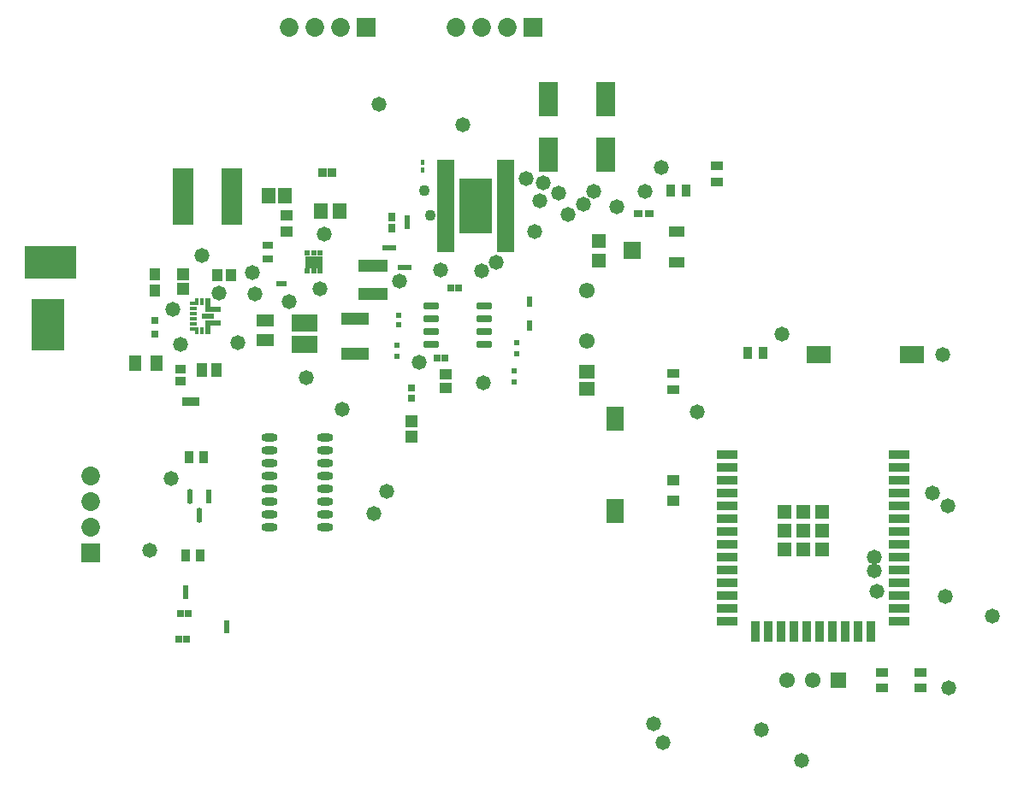
<source format=gbr>
G04*
G04 #@! TF.GenerationSoftware,Altium Limited,Altium Designer,24.9.1 (31)*
G04*
G04 Layer_Color=8388736*
%FSLAX44Y44*%
%MOMM*%
G71*
G04*
G04 #@! TF.SameCoordinates,0288D2A1-9ADD-411E-8E8B-FA1067C2B916*
G04*
G04*
G04 #@! TF.FilePolarity,Negative*
G04*
G01*
G75*
%ADD16R,1.3300X1.3300*%
%ADD17R,0.9000X2.0000*%
%ADD18R,2.0000X0.9000*%
%ADD19R,0.4627X0.5564*%
%ADD23R,0.6000X0.6000*%
%ADD28R,1.2621X0.8581*%
%ADD29R,1.6000X1.0000*%
%ADD32R,1.2500X1.0000*%
%ADD34R,0.8581X1.2621*%
%ADD40R,1.4549X1.5562*%
%ADD44R,0.9578X1.2621*%
G04:AMPARAMS|DCode=45|XSize=1.4741mm|YSize=0.5849mm|CornerRadius=0.2925mm|HoleSize=0mm|Usage=FLASHONLY|Rotation=270.000|XOffset=0mm|YOffset=0mm|HoleType=Round|Shape=RoundedRectangle|*
%AMROUNDEDRECTD45*
21,1,1.4741,0.0000,0,0,270.0*
21,1,0.8892,0.5849,0,0,270.0*
1,1,0.5849,0.0000,-0.4446*
1,1,0.5849,0.0000,0.4446*
1,1,0.5849,0.0000,0.4446*
1,1,0.5849,0.0000,-0.4446*
%
%ADD45ROUNDEDRECTD45*%
%ADD46R,0.5849X1.4741*%
%ADD47R,0.7000X0.6500*%
%ADD48R,1.2065X1.5082*%
%ADD58R,1.0546X1.3562*%
%ADD61R,0.6725X0.7154*%
%ADD67R,2.6062X1.7029*%
%ADD68R,2.8062X1.1542*%
%ADD69R,0.5725X0.5682*%
%ADD71R,1.0121X1.2084*%
%ADD79R,1.6782X0.6532*%
%ADD80R,3.3032X5.3832*%
G04:AMPARAMS|DCode=81|XSize=0.7532mm|YSize=1.4532mm|CornerRadius=0.1511mm|HoleSize=0mm|Usage=FLASHONLY|Rotation=90.000|XOffset=0mm|YOffset=0mm|HoleType=Round|Shape=RoundedRectangle|*
%AMROUNDEDRECTD81*
21,1,0.7532,1.1510,0,0,90.0*
21,1,0.4510,1.4532,0,0,90.0*
1,1,0.3022,0.5755,0.2255*
1,1,0.3022,0.5755,-0.2255*
1,1,0.3022,-0.5755,-0.2255*
1,1,0.3022,-0.5755,0.2255*
%
%ADD81ROUNDEDRECTD81*%
%ADD82R,2.1232X5.7032*%
%ADD83R,0.6032X1.0032*%
%ADD84R,0.6532X0.6532*%
%ADD85R,0.6232X0.6632*%
%ADD86R,1.8532X3.4532*%
%ADD87R,0.6632X0.6232*%
%ADD88R,0.8032X0.9032*%
%ADD89R,2.3832X1.8032*%
%ADD90R,2.4032X1.8032*%
%ADD91R,1.0032X0.8032*%
%ADD92R,1.4532X1.6032*%
%ADD93R,1.2032X1.1032*%
%ADD94R,1.8032X1.1632*%
%ADD95R,0.6032X0.6032*%
%ADD96R,0.8832X0.8832*%
%ADD97R,1.0532X0.9032*%
%ADD98R,0.8632X0.8232*%
%ADD99R,0.4532X0.7782*%
%ADD100R,0.4532X0.7532*%
%ADD101R,0.6032X1.4532*%
%ADD102R,1.2032X0.6032*%
%ADD103R,0.7532X0.4532*%
%ADD104R,0.6532X0.4282*%
%ADD105R,1.2532X0.6032*%
%ADD106R,1.6532X1.1532*%
%ADD107O,1.6032X0.8032*%
%ADD108R,1.2032X1.2532*%
%ADD109R,1.2232X1.0432*%
%ADD110R,1.8032X2.4032*%
%ADD111R,1.8032X2.3832*%
%ADD112R,1.6032X1.4532*%
%ADD113R,0.7632X0.7232*%
%ADD114R,1.2532X1.1532*%
%ADD115R,1.0132X1.1932*%
%ADD116R,0.6032X0.5232*%
%ADD117R,1.4032X1.4032*%
%ADD118R,1.7032X1.8032*%
%ADD119R,2.9232X1.2232*%
%ADD120R,0.9032X0.8032*%
%ADD121C,1.8532*%
%ADD122R,1.8532X1.8532*%
%ADD123R,3.2032X5.2032*%
%ADD124R,5.2032X3.2032*%
%ADD125C,1.5500*%
%ADD126R,1.5500X1.5500*%
%ADD127C,1.5532*%
%ADD128R,1.8532X1.8532*%
%ADD129C,1.4732*%
%ADD130C,1.0922*%
D16*
X1276220Y652909D02*
D03*
X1257870D02*
D03*
X1239520D02*
D03*
X1276220Y671260D02*
D03*
X1257870D02*
D03*
X1239520D02*
D03*
X1276220Y689610D02*
D03*
X1257870D02*
D03*
X1239520D02*
D03*
D17*
X1325020Y571160D02*
D03*
X1312320D02*
D03*
X1299620D02*
D03*
X1286920D02*
D03*
X1274220D02*
D03*
X1261520D02*
D03*
X1248820D02*
D03*
X1236120D02*
D03*
X1223420D02*
D03*
X1210720D02*
D03*
D18*
X1352870Y746260D02*
D03*
Y733560D02*
D03*
Y720860D02*
D03*
Y708160D02*
D03*
Y695460D02*
D03*
Y682760D02*
D03*
Y670060D02*
D03*
Y657360D02*
D03*
Y644660D02*
D03*
Y631960D02*
D03*
Y619260D02*
D03*
Y606560D02*
D03*
Y593860D02*
D03*
Y581160D02*
D03*
X1182870D02*
D03*
Y593860D02*
D03*
Y606560D02*
D03*
Y619260D02*
D03*
Y631960D02*
D03*
Y644660D02*
D03*
Y657360D02*
D03*
Y670060D02*
D03*
Y682760D02*
D03*
Y695460D02*
D03*
Y708160D02*
D03*
Y720860D02*
D03*
Y733560D02*
D03*
Y746260D02*
D03*
D19*
X881380Y1036042D02*
D03*
Y1028978D02*
D03*
D23*
X974090Y857420D02*
D03*
Y846920D02*
D03*
X971550Y818980D02*
D03*
Y829480D02*
D03*
X855980Y854880D02*
D03*
Y844380D02*
D03*
D28*
X1172210Y1032660D02*
D03*
Y1017120D02*
D03*
X1336040Y531010D02*
D03*
Y515470D02*
D03*
X1374140Y531010D02*
D03*
Y515470D02*
D03*
X1129030Y826920D02*
D03*
Y811380D02*
D03*
D29*
X1132840Y967500D02*
D03*
Y937500D02*
D03*
D32*
X1129030Y721040D02*
D03*
Y701040D02*
D03*
D34*
X1218080Y847090D02*
D03*
X1202540D02*
D03*
X1126340Y1008380D02*
D03*
X1141880D02*
D03*
D40*
X799196Y988060D02*
D03*
X780684D02*
D03*
D44*
X661322Y646430D02*
D03*
X646778D02*
D03*
X664210Y744220D02*
D03*
X649666D02*
D03*
D45*
X660400Y686608D02*
D03*
X650900Y705312D02*
D03*
D46*
X669900D02*
D03*
D47*
X615950Y865740D02*
D03*
Y879240D02*
D03*
D48*
X617569Y836930D02*
D03*
X596552D02*
D03*
D58*
X662940Y830580D02*
D03*
X677456D02*
D03*
D61*
X869950Y812506D02*
D03*
Y802935D02*
D03*
D67*
X764540Y876646D02*
D03*
Y855634D02*
D03*
D68*
X814070Y846350D02*
D03*
Y880850D02*
D03*
D69*
X857250Y875588D02*
D03*
Y884632D02*
D03*
D71*
X615950Y925460D02*
D03*
Y909423D02*
D03*
D79*
X904240Y1035350D02*
D03*
Y1028850D02*
D03*
Y1022350D02*
D03*
Y1015850D02*
D03*
Y1009350D02*
D03*
Y1002850D02*
D03*
Y996350D02*
D03*
Y989850D02*
D03*
Y983350D02*
D03*
Y976850D02*
D03*
Y970350D02*
D03*
Y963850D02*
D03*
Y957350D02*
D03*
Y950850D02*
D03*
X963000D02*
D03*
Y957350D02*
D03*
Y963850D02*
D03*
Y970350D02*
D03*
Y976850D02*
D03*
Y983350D02*
D03*
Y989850D02*
D03*
Y996350D02*
D03*
Y1002850D02*
D03*
Y1009350D02*
D03*
Y1015850D02*
D03*
Y1022350D02*
D03*
Y1028850D02*
D03*
Y1035350D02*
D03*
D80*
X933620Y993100D02*
D03*
D81*
X889420Y894080D02*
D03*
Y881380D02*
D03*
Y868680D02*
D03*
Y855980D02*
D03*
X941920Y894080D02*
D03*
Y881380D02*
D03*
Y868680D02*
D03*
Y855980D02*
D03*
D82*
X643920Y1002030D02*
D03*
X692120D02*
D03*
D83*
X986790Y874710D02*
D03*
Y898210D02*
D03*
D84*
X647700Y563880D02*
D03*
X639700D02*
D03*
X649160Y589280D02*
D03*
X641160D02*
D03*
D85*
X687070Y579370D02*
D03*
Y572770D02*
D03*
X866140Y973330D02*
D03*
Y979930D02*
D03*
X646430Y613660D02*
D03*
Y607060D02*
D03*
D86*
X1062280Y1098550D02*
D03*
X1005280D02*
D03*
X1062280Y1043940D02*
D03*
X1005280D02*
D03*
D87*
X851660Y951230D02*
D03*
X845060D02*
D03*
X860300Y932180D02*
D03*
X866900D02*
D03*
D88*
X850900Y982130D02*
D03*
Y971130D02*
D03*
D89*
X1365480Y845820D02*
D03*
D90*
X1273580D02*
D03*
D91*
X727710Y940920D02*
D03*
Y953920D02*
D03*
D92*
X744850Y1003300D02*
D03*
X728350D02*
D03*
D93*
X746760Y967360D02*
D03*
Y983360D02*
D03*
D94*
X773430Y937260D02*
D03*
D95*
X766930Y928460D02*
D03*
X773430D02*
D03*
X779930D02*
D03*
X766930Y946060D02*
D03*
X773430D02*
D03*
X779930D02*
D03*
D96*
X782010Y1026160D02*
D03*
X791210D02*
D03*
D97*
X641350Y819750D02*
D03*
Y831250D02*
D03*
D98*
X655910Y798830D02*
D03*
X647110D02*
D03*
D99*
X657640Y869640D02*
D03*
Y897900D02*
D03*
D100*
X662640Y869520D02*
D03*
Y898020D02*
D03*
D101*
X668390Y873020D02*
D03*
Y894520D02*
D03*
D102*
X668890Y883770D02*
D03*
D103*
X654640Y891270D02*
D03*
Y886270D02*
D03*
Y881270D02*
D03*
Y876270D02*
D03*
D104*
X654140Y871400D02*
D03*
Y896140D02*
D03*
D105*
X675640Y877270D02*
D03*
Y890270D02*
D03*
D106*
X725170Y859950D02*
D03*
Y879950D02*
D03*
D107*
X729860Y763270D02*
D03*
Y750570D02*
D03*
Y737870D02*
D03*
Y725170D02*
D03*
Y712470D02*
D03*
Y699770D02*
D03*
Y687070D02*
D03*
Y674370D02*
D03*
X784860Y763270D02*
D03*
Y750570D02*
D03*
Y737870D02*
D03*
Y725170D02*
D03*
Y712470D02*
D03*
Y699770D02*
D03*
Y687070D02*
D03*
Y674370D02*
D03*
D108*
X869950Y779660D02*
D03*
Y764660D02*
D03*
D109*
X904240Y825850D02*
D03*
Y812450D02*
D03*
D110*
X1071880Y782550D02*
D03*
D111*
Y690650D02*
D03*
D112*
X1043940Y812170D02*
D03*
Y828670D02*
D03*
D113*
X895260Y842010D02*
D03*
X903060D02*
D03*
X909230Y911860D02*
D03*
X917030D02*
D03*
D114*
X643890Y925460D02*
D03*
Y910960D02*
D03*
D115*
X691430Y924560D02*
D03*
X677630D02*
D03*
D116*
X738980Y915670D02*
D03*
X744380D02*
D03*
D117*
X1055890Y958690D02*
D03*
Y938690D02*
D03*
D118*
X1088390Y948690D02*
D03*
D119*
X831850Y933480D02*
D03*
Y905480D02*
D03*
D120*
X1105320Y985520D02*
D03*
X1094320D02*
D03*
D121*
X749300Y1169670D02*
D03*
X774700D02*
D03*
X800100D02*
D03*
X914400D02*
D03*
X939800D02*
D03*
X965200D02*
D03*
X552450Y725170D02*
D03*
Y699770D02*
D03*
Y674370D02*
D03*
D122*
X825500Y1169670D02*
D03*
X990600D02*
D03*
D123*
X510540Y875030D02*
D03*
D124*
X513080Y937260D02*
D03*
D125*
X1242060Y523240D02*
D03*
X1267460D02*
D03*
D126*
X1292860D02*
D03*
D127*
X1043940Y858920D02*
D03*
Y908920D02*
D03*
D128*
X552450Y648970D02*
D03*
D129*
X953770Y937260D02*
D03*
X983551Y1020381D02*
D03*
X1000760Y1016000D02*
D03*
X1016000Y1005840D02*
D03*
X996950Y998220D02*
D03*
X991870Y967740D02*
D03*
X662940Y943610D02*
D03*
X633730Y890270D02*
D03*
X641350Y855980D02*
D03*
X765810Y822960D02*
D03*
X698500Y857250D02*
D03*
X712470Y927100D02*
D03*
X715010Y905510D02*
D03*
X749300Y897890D02*
D03*
X679450Y906780D02*
D03*
X1328420Y645160D02*
D03*
X1385570Y708660D02*
D03*
X1330960Y610870D02*
D03*
X1400810Y695960D02*
D03*
X1328420Y631190D02*
D03*
X1398270Y605790D02*
D03*
X877570Y838200D02*
D03*
X920750Y1073150D02*
D03*
X939800Y928370D02*
D03*
X1101090Y1007110D02*
D03*
X1236980Y866140D02*
D03*
X1445260Y586740D02*
D03*
X1050290Y1007110D02*
D03*
X779930Y910740D02*
D03*
X838200Y1093470D02*
D03*
X783590Y965200D02*
D03*
X858520Y918210D02*
D03*
X899160Y929640D02*
D03*
X801370Y791210D02*
D03*
X833120Y688340D02*
D03*
X845820Y709930D02*
D03*
X941070Y817880D02*
D03*
X1216660Y473710D02*
D03*
X1117675Y1031240D02*
D03*
X1109980Y480060D02*
D03*
X1073150Y991870D02*
D03*
X1153160Y788670D02*
D03*
X1402005Y515545D02*
D03*
X632460Y722630D02*
D03*
X1395730Y845820D02*
D03*
X610870Y651510D02*
D03*
X1256030Y443230D02*
D03*
X1118870Y461010D02*
D03*
X1024890Y984250D02*
D03*
X1040130Y994410D02*
D03*
D130*
X888630Y983350D02*
D03*
X882650Y1008380D02*
D03*
M02*

</source>
